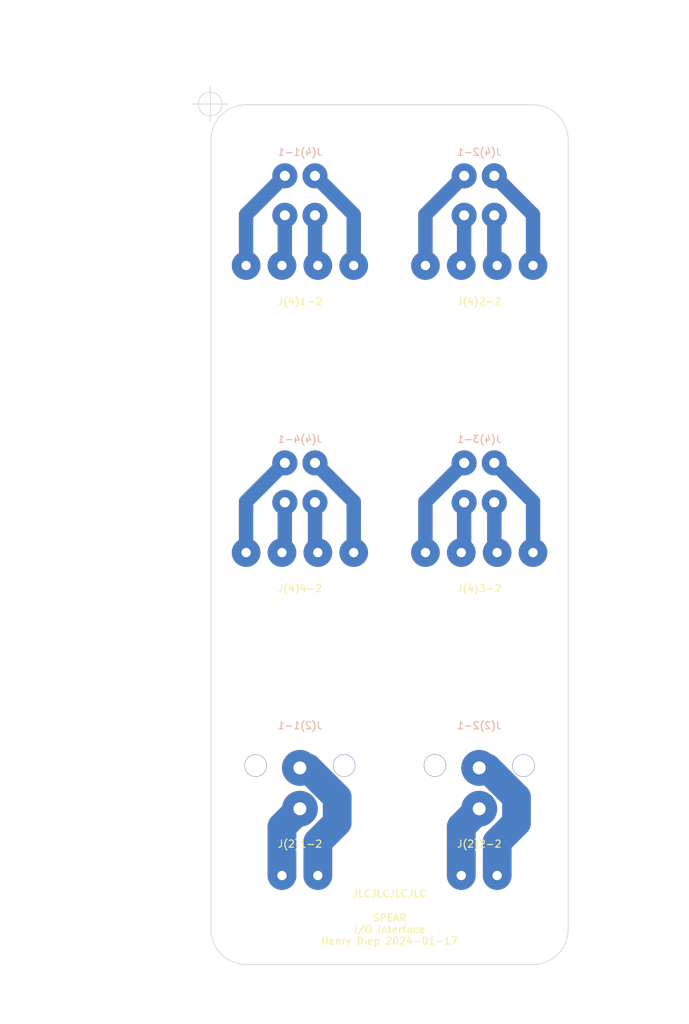
<source format=kicad_pcb>
(kicad_pcb (version 20211014) (generator pcbnew)
  (title_block (title "SPEAR I/O Interface PCB") (date "2024-01-17") (rev "1"))
  (layers (0 "F.Cu" signal) (31 "B.Cu" signal) (34 "B.Paste" user) (35 "F.Paste" user) (36 "B.SilkS" user "B.Silkscreen") (37 "F.SilkS" user "F.Silkscreen") (38 "B.Mask" user) (39 "F.Mask" user) (44 "Edge.Cuts" user))
  (net 0 "")
  (net 1 "Net-(J(2)1-1-Pad1)")
  (net 2 "Net-(J(2)1-1-Pad2)")
  (net 3 "Net-(J(2)2-1-Pad2)")
  (net 4 "Net-(J(2)2-1-Pad1)")
  (net 5 "Net-(J(4)1-1-Pad1)")
  (net 6 "Net-(J(4)1-1-Pad2)")
  (net 7 "Net-(J(4)1-1-Pad3)")
  (net 8 "Net-(J(4)1-1-Pad4)")
  (net 9 "Net-(J(4)2-1-Pad1)")
  (net 10 "Net-(J(4)2-1-Pad2)")
  (net 11 "Net-(J(4)2-1-Pad3)")
  (net 12 "Net-(J(4)2-1-Pad4)")
  (net 13 "Net-(J(4)3-1-Pad1)")
  (net 14 "Net-(J(4)3-1-Pad2)")
  (net 15 "Net-(J(4)3-1-Pad3)")
  (net 16 "Net-(J(4)3-1-Pad4)")
  (net 17 "Net-(J(4)4-1-Pad1)")
  (net 18 "Net-(J(4)4-1-Pad2)")
  (net 19 "Net-(J(4)4-1-Pad3)")
  (net 20 "Net-(J(4)4-1-Pad4)")
  (footprint "SPEAR:M3 Screw Hole Standard" (layer "F.Cu") (at 62.5 120)
    (fp_text reference "REF**" hide)
    (fp_text value "M3 Screw Hole Standard")
    (pad "" np_thru_hole circle (at 0 0) (size 3.3 3.3) (drill 3.3) (layers F&B.Cu *.Mask))
  )
  (footprint "SPEAR:691137710004" (layer "F.Cu") (at 50 62.5)
    (fp_text reference "J(4)1-2" (at 0 5 unlocked) (layer "F.SilkS"))
    (fp_text value "691137710004")
    (pad "1" thru_hole circle (at 7.5 0) (size 4 4) (drill 1.3) (layers *.Cu *.Mask) (net 5 "Net-(J(4)1-1-Pad1)"))
    (pad "2" thru_hole circle (at 2.5 0) (size 4 4) (drill 1.3) (layers *.Cu *.Mask) (net 6 "Net-(J(4)1-1-Pad2)"))
    (pad "3" thru_hole circle (at -2.5 0) (size 4 4) (drill 1.3) (layers *.Cu *.Mask) (net 7 "Net-(J(4)1-1-Pad3)"))
    (pad "4" thru_hole circle (at -7.5 0) (size 4 4) (drill 1.3) (layers *.Cu *.Mask) (net 8 "Net-(J(4)1-1-Pad4)"))
  )
  (footprint "SPEAR:691137710002" (layer "F.Cu") (at 50 147.5)
    (fp_text reference "J(2)1-2" (at 0 -4.4 unlocked) (layer "F.SilkS"))
    (fp_text value "691137710002")
    (pad "1" thru_hole circle (at 2.5 0) (size 4 4) (drill 1.3) (layers *.Cu *.Mask) (net 1 "Net-(J(2)1-1-Pad1)"))
    (pad "2" thru_hole circle (at -2.5 0) (size 4 4) (drill 1.3) (layers *.Cu *.Mask) (net 2 "Net-(J(2)1-1-Pad2)"))
  )
  (footprint "SPEAR:M3 Screw Hole Standard" (layer "F.Cu") (at 42.5 155)
    (fp_text reference "REF**" hide)
    (fp_text value "M3 Screw Hole Standard")
    (pad "" np_thru_hole circle (at 0 0) (size 3.3 3.3) (drill 3.3) (layers F&B.Cu *.Mask))
  )
  (footprint "SPEAR:691137710004" (layer "F.Cu") (at 75 102.5)
    (fp_text reference "J(4)3-2" (at 0 5 unlocked) (layer "F.SilkS"))
    (fp_text value "691137710004")
    (pad "1" thru_hole circle (at 7.5 0) (size 4 4) (drill 1.3) (layers *.Cu *.Mask) (net 13 "Net-(J(4)3-1-Pad1)"))
    (pad "2" thru_hole circle (at 2.5 0) (size 4 4) (drill 1.3) (layers *.Cu *.Mask) (net 14 "Net-(J(4)3-1-Pad2)"))
    (pad "3" thru_hole circle (at -2.5 0) (size 4 4) (drill 1.3) (layers *.Cu *.Mask) (net 15 "Net-(J(4)3-1-Pad3)"))
    (pad "4" thru_hole circle (at -7.5 0) (size 4 4) (drill 1.3) (layers *.Cu *.Mask) (net 16 "Net-(J(4)3-1-Pad4)"))
  )
  (footprint "SPEAR:691137710004" (layer "F.Cu") (at 75 62.5)
    (fp_text reference "J(4)2-2" (at 0 5 unlocked) (layer "F.SilkS"))
    (fp_text value "691137710004")
    (pad "1" thru_hole circle (at 7.5 0) (size 4 4) (drill 1.3) (layers *.Cu *.Mask) (net 9 "Net-(J(4)2-1-Pad1)"))
    (pad "2" thru_hole circle (at 2.5 0) (size 4 4) (drill 1.3) (layers *.Cu *.Mask) (net 10 "Net-(J(4)2-1-Pad2)"))
    (pad "3" thru_hole circle (at -2.5 0) (size 4 4) (drill 1.3) (layers *.Cu *.Mask) (net 11 "Net-(J(4)2-1-Pad3)"))
    (pad "4" thru_hole circle (at -7.5 0) (size 4 4) (drill 1.3) (layers *.Cu *.Mask) (net 12 "Net-(J(4)2-1-Pad4)"))
  )
  (footprint "SPEAR:M3 Screw Hole Standard" (layer "F.Cu") (at 62.5 80)
    (fp_text reference "REF**" hide)
    (fp_text value "M3 Screw Hole Standard")
    (pad "" np_thru_hole circle (at 0 0) (size 3.3 3.3) (drill 3.3) (layers F&B.Cu *.Mask))
  )
  (footprint "SPEAR:691137710002" (layer "F.Cu") (at 75 147.5)
    (fp_text reference "J(2)2-2" (at 0 -4.4 unlocked) (layer "F.SilkS"))
    (fp_text value "691137710002")
    (pad "1" thru_hole circle (at 2.5 0) (size 4 4) (drill 1.3) (layers *.Cu *.Mask) (net 4 "Net-(J(2)2-1-Pad1)"))
    (pad "2" thru_hole circle (at -2.5 0) (size 4 4) (drill 1.3) (layers *.Cu *.Mask) (net 3 "Net-(J(2)2-1-Pad2)"))
  )
  (footprint "SPEAR:M3 Screw Hole Standard" (layer "F.Cu") (at 82.5 45)
    (fp_text reference "REF**" hide)
    (fp_text value "M3 Screw Hole Standard")
    (pad "" np_thru_hole circle (at 0 0) (size 3.3 3.3) (drill 3.3) (layers F&B.Cu *.Mask))
  )
  (footprint "SPEAR:M3 Screw Hole Standard" (layer "F.Cu") (at 42.5 45)
    (fp_text reference "REF**" hide)
    (fp_text value "M3 Screw Hole Standard")
    (pad "" np_thru_hole circle (at 0 0) (size 3.3 3.3) (drill 3.3) (layers F&B.Cu *.Mask))
  )
  (footprint "SPEAR:691137710004" (layer "F.Cu") (at 50 102.5)
    (fp_text reference "J(4)4-2" (at 0 5 unlocked) (layer "F.SilkS"))
    (fp_text value "691137710004")
    (pad "1" thru_hole circle (at 7.5 0) (size 4 4) (drill 1.3) (layers *.Cu *.Mask) (net 17 "Net-(J(4)4-1-Pad1)"))
    (pad "2" thru_hole circle (at 2.5 0) (size 4 4) (drill 1.3) (layers *.Cu *.Mask) (net 18 "Net-(J(4)4-1-Pad2)"))
    (pad "3" thru_hole circle (at -2.5 0) (size 4 4) (drill 1.3) (layers *.Cu *.Mask) (net 19 "Net-(J(4)4-1-Pad3)"))
    (pad "4" thru_hole circle (at -7.5 0) (size 4 4) (drill 1.3) (layers *.Cu *.Mask) (net 20 "Net-(J(4)4-1-Pad4)"))
  )
  (footprint "SPEAR:M3 Screw Hole Standard" (layer "F.Cu") (at 82.5 155)
    (fp_text reference "REF**" hide)
    (fp_text value "M3 Screw Hole Standard")
    (pad "" np_thru_hole circle (at 0 0) (size 3.3 3.3) (drill 3.3) (layers F&B.Cu *.Mask))
  )
  (footprint "SPEAR:CP-01302130" (layer "B.Cu") (at 75 90 180)
    (fp_text reference "J(4)3-1" (at 0 3.3 unlocked) (layer "B.SilkS") (effects (justify mirror)))
    (fp_text value "CP-01302130")
    (pad "1" thru_hole circle (at -2.1 0 180) (size 3.5 3.5) (drill 1.4) (layers *.Cu *.Mask) (net 13 "Net-(J(4)3-1-Pad1)"))
    (pad "2" thru_hole circle (at -2.1 -5.5 180) (size 3.5 3.5) (drill 1.4) (layers *.Cu *.Mask) (net 14 "Net-(J(4)3-1-Pad2)"))
    (pad "3" thru_hole circle (at 2.1 -5.5 180) (size 3.5 3.5) (drill 1.4) (layers *.Cu *.Mask) (net 15 "Net-(J(4)3-1-Pad3)"))
    (pad "4" thru_hole circle (at 2.1 0 180) (size 3.5 3.5) (drill 1.4) (layers *.Cu *.Mask) (net 16 "Net-(J(4)3-1-Pad4)"))
  )
  (footprint "SPEAR:CP6002P1V00-NH" (layer "B.Cu") (at 75 132.5 180)
    (fp_text reference "J(2)2-1" (at 0 5.9 unlocked) (layer "B.SilkS") (effects (justify mirror)))
    (fp_text value "CP6002P1V00-NH")
    (pad "" np_thru_hole circle (at -6.17 0.325 180) (size 3.1 3.1) (drill 3) (layers F&B.Cu *.Mask))
    (pad "" np_thru_hole circle (at 6.17 0.325 180) (size 3.1 3.1) (drill 3) (layers F&B.Cu *.Mask))
    (pad "1" thru_hole circle (at 0 0 180) (size 5 5) (drill 1.8) (layers *.Cu *.Mask) (net 4 "Net-(J(2)2-1-Pad1)"))
    (pad "2" thru_hole circle (at 0 -5.7 180) (size 5 5) (drill 1.8) (layers *.Cu *.Mask) (net 3 "Net-(J(2)2-1-Pad2)"))
  )
  (footprint "SPEAR:CP-01302130" (layer "B.Cu") (at 50 90 180)
    (fp_text reference "J(4)4-1" (at 0 3.3 unlocked) (layer "B.SilkS") (effects (justify mirror)))
    (fp_text value "CP-01302130")
    (pad "1" thru_hole circle (at -2.1 0 180) (size 3.5 3.5) (drill 1.4) (layers *.Cu *.Mask) (net 17 "Net-(J(4)4-1-Pad1)"))
    (pad "2" thru_hole circle (at -2.1 -5.5 180) (size 3.5 3.5) (drill 1.4) (layers *.Cu *.Mask) (net 18 "Net-(J(4)4-1-Pad2)"))
    (pad "3" thru_hole circle (at 2.1 -5.5 180) (size 3.5 3.5) (drill 1.4) (layers *.Cu *.Mask) (net 19 "Net-(J(4)4-1-Pad3)"))
    (pad "4" thru_hole circle (at 2.1 0 180) (size 3.5 3.5) (drill 1.4) (layers *.Cu *.Mask) (net 20 "Net-(J(4)4-1-Pad4)"))
  )
  (footprint "SPEAR:CP-01302130" (layer "B.Cu") (at 50 50 180)
    (fp_text reference "J(4)1-1" (at 0 3.3 unlocked) (layer "B.SilkS") (effects (justify mirror)))
    (fp_text value "CP-01302130")
    (pad "1" thru_hole circle (at -2.1 0 180) (size 3.5 3.5) (drill 1.4) (layers *.Cu *.Mask) (net 5 "Net-(J(4)1-1-Pad1)"))
    (pad "2" thru_hole circle (at -2.1 -5.5 180) (size 3.5 3.5) (drill 1.4) (layers *.Cu *.Mask) (net 6 "Net-(J(4)1-1-Pad2)"))
    (pad "3" thru_hole circle (at 2.1 -5.5 180) (size 3.5 3.5) (drill 1.4) (layers *.Cu *.Mask) (net 7 "Net-(J(4)1-1-Pad3)"))
    (pad "4" thru_hole circle (at 2.1 0 180) (size 3.5 3.5) (drill 1.4) (layers *.Cu *.Mask) (net 8 "Net-(J(4)1-1-Pad4)"))
  )
  (footprint "SPEAR:CP6002P1V00-NH" (layer "B.Cu") (at 50 132.5 180)
    (fp_text reference "J(2)1-1" (at 0 5.9 unlocked) (layer "B.SilkS") (effects (justify mirror)))
    (fp_text value "CP6002P1V00-NH")
    (pad "" np_thru_hole circle (at -6.17 0.325 180) (size 3.1 3.1) (drill 3) (layers F&B.Cu *.Mask))
    (pad "" np_thru_hole circle (at 6.17 0.325 180) (size 3.1 3.1) (drill 3) (layers F&B.Cu *.Mask))
    (pad "1" thru_hole circle (at 0 0 180) (size 5 5) (drill 1.8) (layers *.Cu *.Mask) (net 1 "Net-(J(2)1-1-Pad1)"))
    (pad "2" thru_hole circle (at 0 -5.7 180) (size 5 5) (drill 1.8) (layers *.Cu *.Mask) (net 2 "Net-(J(2)1-1-Pad2)"))
  )
  (footprint "SPEAR:CP-01302130" (layer "B.Cu") (at 75 50 180)
    (fp_text reference "J(4)2-1" (at 0 3.3 unlocked) (layer "B.SilkS") (effects (justify mirror)))
    (fp_text value "CP-01302130")
    (pad "1" thru_hole circle (at -2.1 0 180) (size 3.5 3.5) (drill 1.4) (layers *.Cu *.Mask) (net 9 "Net-(J(4)2-1-Pad1)"))
    (pad "2" thru_hole circle (at -2.1 -5.5 180) (size 3.5 3.5) (drill 1.4) (layers *.Cu *.Mask) (net 10 "Net-(J(4)2-1-Pad2)"))
    (pad "3" thru_hole circle (at 2.1 -5.5 180) (size 3.5 3.5) (drill 1.4) (layers *.Cu *.Mask) (net 11 "Net-(J(4)2-1-Pad3)"))
    (pad "4" thru_hole circle (at 2.1 0 180) (size 3.5 3.5) (drill 1.4) (layers *.Cu *.Mask) (net 12 "Net-(J(4)2-1-Pad4)"))
  )
  (gr_line (start 37.6 45) (end 37.6 155) (layer "Edge.Cuts") (width 0.1))
  (gr_line (start 87.4 45) (end 87.4 155) (layer "Edge.Cuts") (width 0.1))
  (gr_arc (start 82.5 40.1) (mid 85.964823 41.535177) (end 87.4 45) (layer "Edge.Cuts") (width 0.1))
  (gr_arc (start 37.6 45) (mid 39.035177 41.535177) (end 42.5 40.1) (layer "Edge.Cuts") (width 0.1))
  (gr_line (start 42.5 40.1) (end 82.5 40.1) (layer "Edge.Cuts") (width 0.1))
  (gr_arc (start 42.5 159.9) (mid 39.035177 158.464823) (end 37.6 155) (layer "Edge.Cuts") (width 0.1))
  (gr_line (start 42.5 159.9) (end 82.5 159.9) (layer "Edge.Cuts") (width 0.1))
  (gr_arc (start 87.4 155) (mid 85.964823 158.464823) (end 82.5 159.9) (layer "Edge.Cuts") (width 0.1))
  (gr_text "SPEAR\nI/O Interface\nHenry Diep 2024-01-17" (at 62.5 155) (layer "F.SilkS") (effects (font (size 1 1))))
  (gr_text "JLCJLCJLCJLC" (at 62.5 150) (layer "F.SilkS") (effects (font (size 1 1))))
  (target plus (at 37.5 40) (size 5) (width 0.1) (layer "Edge.Cuts"))
  (segment (start 52.5 142.825) (end 55.2 140.125) (width 4) (layer "F.Cu") (net 1))
  (segment (start 55.2 140.125) (end 55.2 136.625) (width 4) (layer "F.Cu") (net 1))
  (segment (start 55.2 136.625) (end 51.075 132.5) (width 4) (layer "F.Cu") (net 1))
  (segment (start 52.5 147.5) (end 52.5 142.825) (width 4) (layer "F.Cu") (net 1))
  (segment (start 51.075 132.5) (end 50 132.5) (width 4) (layer "F.Cu") (net 1))
  (segment (start 55.2 140.125) (end 55.2 136.625) (width 4) (layer "B.Cu") (net 1))
  (segment (start 51.075 132.5) (end 50 132.5) (width 4) (layer "B.Cu") (net 1))
  (segment (start 52.5 147.5) (end 52.5 142.825) (width 4) (layer "B.Cu") (net 1))
  (segment (start 52.5 142.825) (end 55.2 140.125) (width 4) (layer "B.Cu") (net 1))
  (segment (start 55.2 136.625) (end 51.075 132.5) (width 4) (layer "B.Cu") (net 1))
  (segment (start 50 138.195) (end 47.5 140.695) (width 4) (layer "F.Cu") (net 2))
  (segment (start 47.5 140.695) (end 47.5 147.5) (width 4) (layer "F.Cu") (net 2))
  (segment (start 50 138.195) (end 47.5 140.695) (width 4) (layer "B.Cu") (net 2))
  (segment (start 47.5 140.695) (end 47.5 147.5) (width 4) (layer "B.Cu") (net 2))
  (segment (start 72.5 140.7) (end 72.5 147.5) (width 4) (layer "F.Cu") (net 3))
  (segment (start 75 138.2) (end 72.5 140.7) (width 4) (layer "F.Cu") (net 3))
  (segment (start 72.5 140.695) (end 72.5 147.5) (width 4) (layer "B.Cu") (net 3))
  (segment (start 75 138.195) (end 72.5 140.695) (width 4) (layer "B.Cu") (net 3))
  (segment (start 77.5 142.825) (end 80.2 140.125) (width 4) (layer "F.Cu") (net 4))
  (segment (start 77.5 147.5) (end 77.5 142.825) (width 4) (layer "F.Cu") (net 4))
  (segment (start 80.2 136.625) (end 76.075 132.5) (width 4) (layer "F.Cu") (net 4))
  (segment (start 80.2 140.125) (end 80.2 136.625) (width 4) (layer "F.Cu") (net 4))
  (segment (start 76.075 132.5) (end 75 132.5) (width 4) (layer "F.Cu") (net 4))
  (segment (start 80.2 136.625) (end 76.075 132.5) (width 4) (layer "B.Cu") (net 4))
  (segment (start 77.5 142.825) (end 80.2 140.125) (width 4) (layer "B.Cu") (net 4))
  (segment (start 76.075 132.5) (end 75 132.5) (width 4) (layer "B.Cu") (net 4))
  (segment (start 80.2 140.125) (end 80.2 136.625) (width 4) (layer "B.Cu") (net 4))
  (segment (start 77.5 147.5) (end 77.5 142.825) (width 4) (layer "B.Cu") (net 4))
  (segment (start 52.1 50) (end 57.5 55.4) (width 2) (layer "F.Cu") (net 5))
  (segment (start 57.5 55.4) (end 57.5 62.5) (width 2) (layer "F.Cu") (net 5))
  (segment (start 52.1 50) (end 57.5 55.4) (width 2) (layer "B.Cu") (net 5))
  (segment (start 57.5 55.4) (end 57.5 62.5) (width 2) (layer "B.Cu") (net 5))
  (segment (start 52.1 55.5) (end 52.1 62.1) (width 2) (layer "F.Cu") (net 6))
  (segment (start 52.1 62.1) (end 52.5 62.5) (width 2) (layer "F.Cu") (net 6))
  (segment (start 52.1 62.1) (end 52.5 62.5) (width 2) (layer "B.Cu") (net 6))
  (segment (start 52.1 55.5) (end 52.1 62.1) (width 2) (layer "B.Cu") (net 6))
  (segment (start 47.9 62.1) (end 47.5 62.5) (width 2) (layer "F.Cu") (net 7))
  (segment (start 47.9 55.5) (end 47.9 62.1) (width 2) (layer "F.Cu") (net 7))
  (segment (start 47.9 62.1) (end 47.5 62.5) (width 2) (layer "B.Cu") (net 7))
  (segment (start 47.9 55.5) (end 47.9 62.1) (width 2) (layer "B.Cu") (net 7))
  (segment (start 47.9 50) (end 42.5 55.4) (width 2) (layer "F.Cu") (net 8))
  (segment (start 42.5 55.4) (end 42.5 62.5) (width 2) (layer "F.Cu") (net 8))
  (segment (start 42.5 55.4) (end 42.5 62.5) (width 2) (layer "B.Cu") (net 8))
  (segment (start 47.9 50) (end 42.5 55.4) (width 2) (layer "B.Cu") (net 8))
  (segment (start 77.1 50) (end 82.5 55.4) (width 2) (layer "F.Cu") (net 9))
  (segment (start 82.5 55.4) (end 82.5 62.5) (width 2) (layer "F.Cu") (net 9))
  (segment (start 77.1 50) (end 82.5 55.4) (width 2) (layer "B.Cu") (net 9))
  (segment (start 82.5 55.4) (end 82.5 62.5) (width 2) (layer "B.Cu") (net 9))
  (segment (start 77.1 62.1) (end 77.5 62.5) (width 2) (layer "F.Cu") (net 10))
  (segment (start 77.1 55.5) (end 77.1 62.1) (width 2) (layer "F.Cu") (net 10))
  (segment (start 77.1 55.5) (end 77.1 62.1) (width 2) (layer "B.Cu") (net 10))
  (segment (start 77.1 62.1) (end 77.5 62.5) (width 2) (layer "B.Cu") (net 10))
  (segment (start 72.9 55.5) (end 72.9 62.1) (width 2) (layer "F.Cu") (net 11))
  (segment (start 72.9 62.1) (end 72.5 62.5) (width 2) (layer "F.Cu") (net 11))
  (segment (start 72.9 55.5) (end 72.9 62.1) (width 2) (layer "B.Cu") (net 11))
  (segment (start 72.9 62.1) (end 72.5 62.5) (width 2) (layer "B.Cu") (net 11))
  (segment (start 67.5 55.4) (end 67.5 62.5) (width 2) (layer "F.Cu") (net 12))
  (segment (start 72.9 50) (end 67.5 55.4) (width 2) (layer "F.Cu") (net 12))
  (segment (start 67.5 55.4) (end 67.5 62.5) (width 2) (layer "B.Cu") (net 12))
  (segment (start 72.9 50) (end 67.5 55.4) (width 2) (layer "B.Cu") (net 12))
  (segment (start 82.5 95.4) (end 82.5 102.5) (width 2) (layer "F.Cu") (net 13))
  (segment (start 77.1 90) (end 82.5 95.4) (width 2) (layer "F.Cu") (net 13))
  (segment (start 82.5 95.4) (end 82.5 102.5) (width 2) (layer "B.Cu") (net 13))
  (segment (start 77.1 90) (end 82.5 95.4) (width 2) (layer "B.Cu") (net 13))
  (segment (start 77.1 102.1) (end 77.5 102.5) (width 2) (layer "F.Cu") (net 14))
  (segment (start 77.1 95.5) (end 77.1 102.1) (width 2) (layer "F.Cu") (net 14))
  (segment (start 77.1 95.5) (end 77.1 102.1) (width 2) (layer "B.Cu") (net 14))
  (segment (start 77.1 102.1) (end 77.5 102.5) (width 2) (layer "B.Cu") (net 14))
  (segment (start 72.9 95.5) (end 72.9 102.1) (width 2) (layer "F.Cu") (net 15))
  (segment (start 72.9 102.1) (end 72.5 102.5) (width 2) (layer "F.Cu") (net 15))
  (segment (start 72.9 95.5) (end 72.9 102.1) (width 2) (layer "B.Cu") (net 15))
  (segment (start 72.9 102.1) (end 72.5 102.5) (width 2) (layer "B.Cu") (net 15))
  (segment (start 72.9 90) (end 67.5 95.4) (width 2) (layer "F.Cu") (net 16))
  (segment (start 67.5 95.4) (end 67.5 102.5) (width 2) (layer "F.Cu") (net 16))
  (segment (start 72.9 90) (end 67.5 95.4) (width 2) (layer "B.Cu") (net 16))
  (segment (start 67.5 95.4) (end 67.5 102.5) (width 2) (layer "B.Cu") (net 16))
  (segment (start 52.1 90) (end 57.5 95.4) (width 2) (layer "F.Cu") (net 17))
  (segment (start 57.5 95.4) (end 57.5 102.5) (width 2) (layer "F.Cu") (net 17))
  (segment (start 57.5 95.4) (end 57.5 102.5) (width 2) (layer "B.Cu") (net 17))
  (segment (start 52.1 90) (end 57.5 95.4) (width 2) (layer "B.Cu") (net 17))
  (segment (start 52.1 102.1) (end 52.5 102.5) (width 2) (layer "F.Cu") (net 18))
  (segment (start 52.1 95.5) (end 52.1 102.1) (width 2) (layer "F.Cu") (net 18))
  (segment (start 52.1 95.5) (end 52.1 102.1) (width 2) (layer "B.Cu") (net 18))
  (segment (start 52.1 102.1) (end 52.5 102.5) (width 2) (layer "B.Cu") (net 18))
  (segment (start 47.9 102.1) (end 47.5 102.5) (width 2) (layer "F.Cu") (net 19))
  (segment (start 47.9 95.5) (end 47.9 102.1) (width 2) (layer "F.Cu") (net 19))
  (segment (start 47.9 95.5) (end 47.9 102.1) (width 2) (layer "B.Cu") (net 19))
  (segment (start 47.9 102.1) (end 47.5 102.5) (width 2) (layer "B.Cu") (net 19))
  (segment (start 47.9 90) (end 42.5 95.4) (width 2) (layer "F.Cu") (net 20))
  (segment (start 42.5 95.4) (end 42.5 102.5) (width 2) (layer "F.Cu") (net 20))
  (segment (start 42.5 95.4) (end 42.5 102.5) (width 2) (layer "B.Cu") (net 20))
  (segment (start 47.9 90) (end 42.5 95.4) (width 2) (layer "B.Cu") (net 20))
)
</source>
